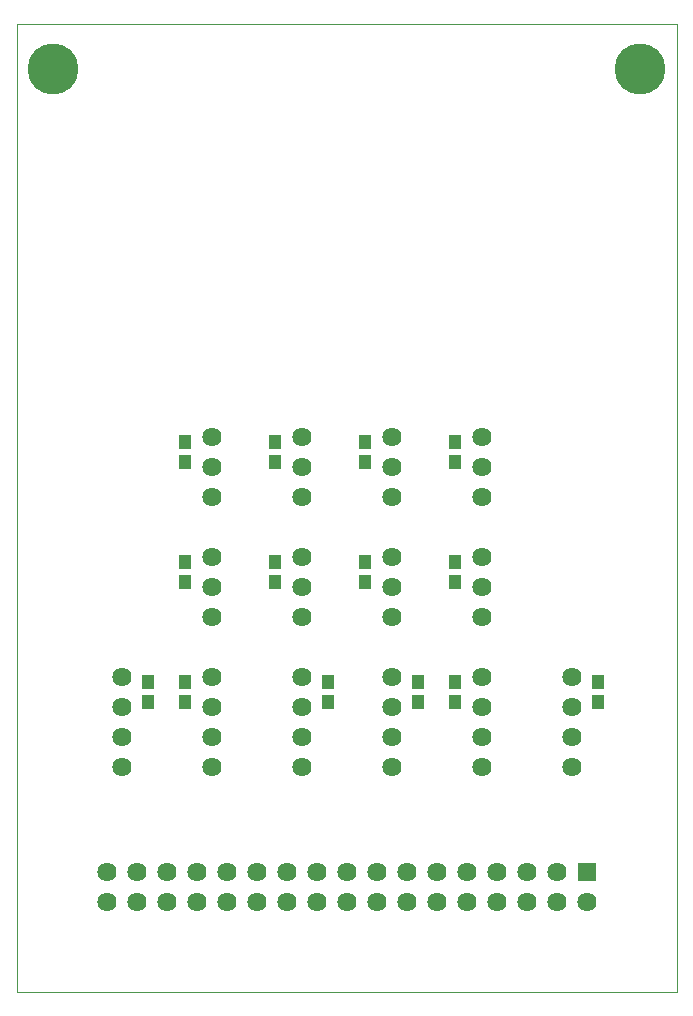
<source format=gbs>
G75*
%MOIN*%
%OFA0B0*%
%FSLAX24Y24*%
%IPPOS*%
%LPD*%
%AMOC8*
5,1,8,0,0,1.08239X$1,22.5*
%
%ADD10C,0.0000*%
%ADD11C,0.0640*%
%ADD12R,0.0640X0.0640*%
%ADD13R,0.0434X0.0473*%
%ADD14C,0.1700*%
D10*
X000100Y000100D02*
X000100Y032350D01*
X022100Y032350D01*
X022100Y000100D01*
X000100Y000100D01*
D11*
X003100Y003100D03*
X003100Y004100D03*
X004100Y004100D03*
X004100Y003100D03*
X005100Y003100D03*
X005100Y004100D03*
X006100Y004100D03*
X006100Y003100D03*
X007100Y003100D03*
X007100Y004100D03*
X008100Y004100D03*
X008100Y003100D03*
X009100Y003100D03*
X009100Y004100D03*
X010100Y004100D03*
X010100Y003100D03*
X011100Y003100D03*
X011100Y004100D03*
X012100Y004100D03*
X012100Y003100D03*
X013100Y003100D03*
X013100Y004100D03*
X014100Y004100D03*
X014100Y003100D03*
X015100Y003100D03*
X015100Y004100D03*
X016100Y004100D03*
X016100Y003100D03*
X017100Y003100D03*
X017100Y004100D03*
X018100Y004100D03*
X018100Y003100D03*
X019100Y003100D03*
X018600Y007600D03*
X018600Y008600D03*
X018600Y009600D03*
X018600Y010600D03*
X015600Y010600D03*
X015600Y009600D03*
X015600Y008600D03*
X015600Y007600D03*
X012600Y007600D03*
X012600Y008600D03*
X012600Y009600D03*
X012600Y010600D03*
X012600Y012600D03*
X012600Y013600D03*
X012600Y014600D03*
X012600Y016600D03*
X012600Y017600D03*
X012600Y018600D03*
X009600Y018600D03*
X009600Y017600D03*
X009600Y016600D03*
X009600Y014600D03*
X009600Y013600D03*
X009600Y012600D03*
X009600Y010600D03*
X009600Y009600D03*
X009600Y008600D03*
X009600Y007600D03*
X006600Y007600D03*
X006600Y008600D03*
X006600Y009600D03*
X006600Y010600D03*
X006600Y012600D03*
X006600Y013600D03*
X006600Y014600D03*
X006600Y016600D03*
X006600Y017600D03*
X006600Y018600D03*
X003600Y010600D03*
X003600Y009600D03*
X003600Y008600D03*
X003600Y007600D03*
X015600Y012600D03*
X015600Y013600D03*
X015600Y014600D03*
X015600Y016600D03*
X015600Y017600D03*
X015600Y018600D03*
D12*
X019100Y004100D03*
D13*
X019475Y009765D03*
X019475Y010435D03*
X014725Y010435D03*
X014725Y009765D03*
X013475Y009765D03*
X013475Y010435D03*
X014725Y013765D03*
X014725Y014435D03*
X014725Y017765D03*
X014725Y018435D03*
X011725Y018435D03*
X011725Y017765D03*
X011725Y014435D03*
X011725Y013765D03*
X010475Y010435D03*
X010475Y009765D03*
X008725Y013765D03*
X008725Y014435D03*
X008725Y017765D03*
X008725Y018435D03*
X005725Y018435D03*
X005725Y017765D03*
X005725Y014435D03*
X005725Y013765D03*
X005725Y010435D03*
X005725Y009765D03*
X004475Y009765D03*
X004475Y010435D03*
D14*
X001330Y030875D03*
X020870Y030875D03*
M02*

</source>
